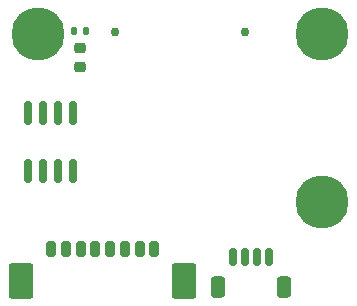
<source format=gbr>
%TF.GenerationSoftware,KiCad,Pcbnew,(6.0.0-0)*%
%TF.CreationDate,2022-03-07T15:49:25-05:00*%
%TF.ProjectId,qwiic,71776969-632e-46b6-9963-61645f706362,rev?*%
%TF.SameCoordinates,Original*%
%TF.FileFunction,Soldermask,Top*%
%TF.FilePolarity,Negative*%
%FSLAX46Y46*%
G04 Gerber Fmt 4.6, Leading zero omitted, Abs format (unit mm)*
G04 Created by KiCad (PCBNEW (6.0.0-0)) date 2022-03-07 15:49:25*
%MOMM*%
%LPD*%
G01*
G04 APERTURE LIST*
G04 Aperture macros list*
%AMRoundRect*
0 Rectangle with rounded corners*
0 $1 Rounding radius*
0 $2 $3 $4 $5 $6 $7 $8 $9 X,Y pos of 4 corners*
0 Add a 4 corners polygon primitive as box body*
4,1,4,$2,$3,$4,$5,$6,$7,$8,$9,$2,$3,0*
0 Add four circle primitives for the rounded corners*
1,1,$1+$1,$2,$3*
1,1,$1+$1,$4,$5*
1,1,$1+$1,$6,$7*
1,1,$1+$1,$8,$9*
0 Add four rect primitives between the rounded corners*
20,1,$1+$1,$2,$3,$4,$5,0*
20,1,$1+$1,$4,$5,$6,$7,0*
20,1,$1+$1,$6,$7,$8,$9,0*
20,1,$1+$1,$8,$9,$2,$3,0*%
G04 Aperture macros list end*
%ADD10C,4.500000*%
%ADD11RoundRect,0.200000X-0.200000X-0.450000X0.200000X-0.450000X0.200000X0.450000X-0.200000X0.450000X0*%
%ADD12RoundRect,0.250001X-0.799999X-1.249999X0.799999X-1.249999X0.799999X1.249999X-0.799999X1.249999X0*%
%ADD13RoundRect,0.135000X0.135000X0.185000X-0.135000X0.185000X-0.135000X-0.185000X0.135000X-0.185000X0*%
%ADD14RoundRect,0.150000X0.150000X0.625000X-0.150000X0.625000X-0.150000X-0.625000X0.150000X-0.625000X0*%
%ADD15RoundRect,0.250000X0.350000X0.650000X-0.350000X0.650000X-0.350000X-0.650000X0.350000X-0.650000X0*%
%ADD16RoundRect,0.150000X0.150000X-0.825000X0.150000X0.825000X-0.150000X0.825000X-0.150000X-0.825000X0*%
%ADD17RoundRect,0.218750X-0.256250X0.218750X-0.256250X-0.218750X0.256250X-0.218750X0.256250X0.218750X0*%
%ADD18C,0.760000*%
G04 APERTURE END LIST*
D10*
%TO.C,H1*%
X95000000Y-64000000D03*
%TD*%
%TO.C,H2*%
X119000000Y-64000000D03*
%TD*%
D11*
%TO.C,J2*%
X96082000Y-82189000D03*
X97332000Y-82189000D03*
X98582000Y-82189000D03*
X99832000Y-82189000D03*
X101082000Y-82189000D03*
X102332000Y-82189000D03*
X103582000Y-82189000D03*
X104832000Y-82189000D03*
D12*
X107382000Y-84939000D03*
X93532000Y-84939000D03*
%TD*%
D13*
%TO.C,R1*%
X99062000Y-63754000D03*
X98042000Y-63754000D03*
%TD*%
D14*
%TO.C,J1*%
X111530000Y-82895000D03*
X112530000Y-82895000D03*
X113530000Y-82895000D03*
X114530000Y-82895000D03*
D15*
X115830000Y-85420000D03*
X110230000Y-85420000D03*
%TD*%
D16*
%TO.C,U2*%
X94107000Y-75627000D03*
X95377000Y-75627000D03*
X96647000Y-75627000D03*
X97917000Y-75627000D03*
X97917000Y-70677000D03*
X96647000Y-70677000D03*
X95377000Y-70677000D03*
X94107000Y-70677000D03*
%TD*%
D17*
%TO.C,D1*%
X98552000Y-66827500D03*
X98552000Y-65252500D03*
%TD*%
D10*
%TO.C,H3*%
X119000000Y-78232000D03*
%TD*%
D18*
%TO.C,J3*%
X101475500Y-63900000D03*
X112524500Y-63900000D03*
%TD*%
M02*

</source>
